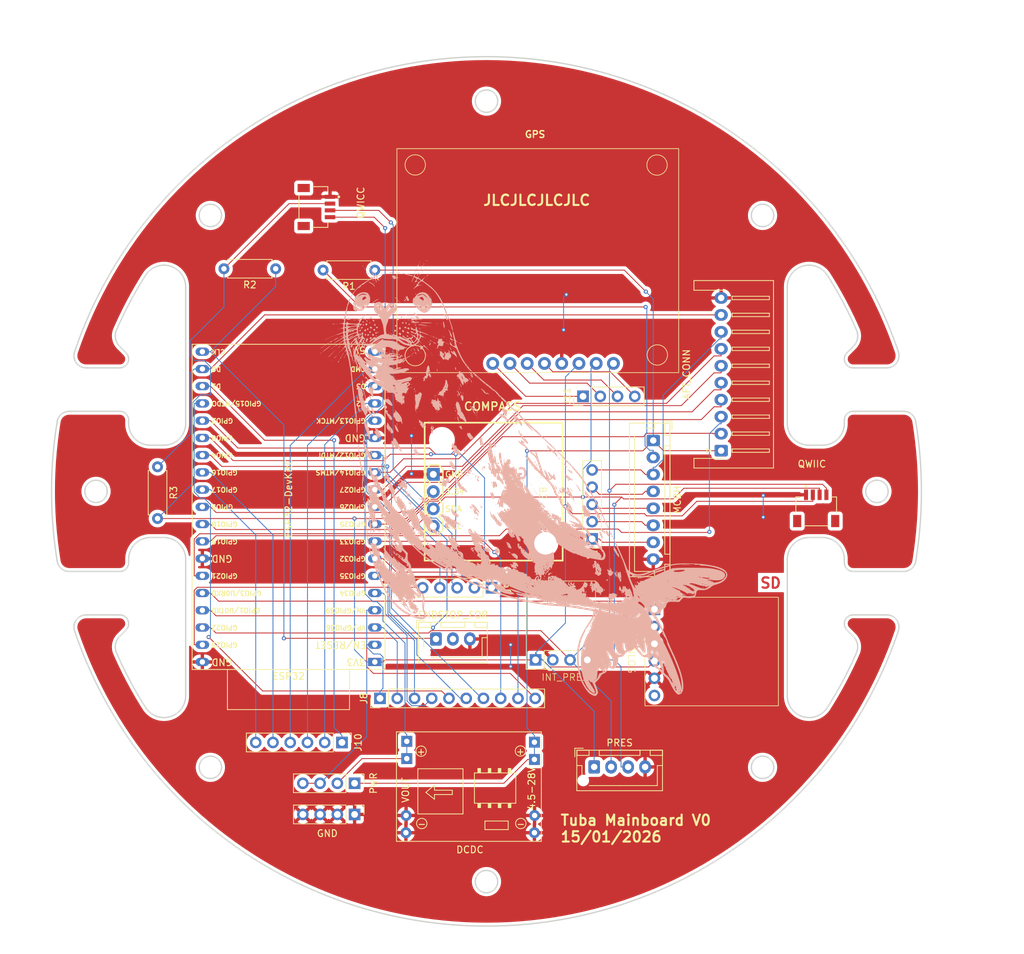
<source format=kicad_pcb>
(kicad_pcb (version 20241229) (generator "pcbnew") (generator_version "9.0")
  (title_block (title "Tuba PCB V0") (date "2025-09-18") (rev "0"))
  (layers (0 "F.Cu" signal "Front") (2 "B.Cu" signal "Back") (13 "F.Paste" user) (15 "B.Paste" user) (5 "F.SilkS" user "F.Silkscreen") (7 "B.SilkS" user "B.Silkscreen") (1 "F.Mask" user) (3 "B.Mask" user) (25 "Edge.Cuts" user))
  (net 0 "")
  (net 1 "GND")
  (net 2 "+3V3")
  (net 3 "/RX0")
  (net 4 "VCC")
  (net 5 "/IN2_RP")
  (net 6 "/IN1_RP")
  (net 7 "/IN1_P")
  (net 8 "/IN3_RP")
  (net 9 "/IN2_P")
  (net 10 "/IN4_RP")
  (net 11 "/SWITCH_2")
  (net 12 "/SWITCH_1")
  (net 13 "/TX0")
  (net 14 "/I2C_SCL")
  (net 15 "/I2C_SDA")
  (net 17 "+5V")
  (net 19 "Net-(B4-SAFE)")
  (net 20 "Net-(B4-INT)")
  (net 21 "Net-(B4-RST)")
  (net 22 "Net-(B4-PPS)")
  (net 23 "/ENDSTOP_AFT")
  (net 24 "/ENDSTOP_FOR")
  (net 25 "Net-(J4-Pin_7)")
  (net 26 "Net-(J4-Pin_4)")
  (net 27 "Net-(J4-Pin_6)")
  (net 28 "Net-(J4-Pin_5)")
  (net 29 "Net-(J8-Pin_8)")
  (net 30 "Net-(J8-Pin_2)")
  (net 31 "Net-(J8-Pin_3)")
  (net 32 "Net-(J8-Pin_10)")
  (net 33 "Net-(J8-Pin_6)")
  (net 34 "Net-(J8-Pin_7)")
  (net 35 "Net-(J8-Pin_4)")
  (net 36 "Net-(J8-Pin_5)")
  (net 37 "Net-(J8-Pin_1)")
  (net 38 "Net-(J8-Pin_9)")
  (net 39 "Net-(J9-Pin_2)")
  (net 40 "Net-(J9-Pin_1)")
  (net 41 "Net-(J9-Pin_5)")
  (net 42 "Net-(J9-Pin_3)")
  (net 43 "Net-(J9-Pin_4)")
  (net 44 "Net-(J10-Pin_6)")
  (net 45 "Net-(J10-Pin_2)")
  (net 46 "Net-(J10-Pin_3)")
  (net 47 "Net-(J10-Pin_5)")
  (net 48 "Net-(J10-Pin_4)")
  (net 49 "Net-(J10-Pin_1)")
  (footprint "Connector_JST:JST_XH_S10B-XH-A-1_1x10_P2.50mm_Horizontal" (layer "F.Cu") (at 184.775 85.5 90)
    (property "Reference" "AFT_CONN")
    (property "Value" "Conn_01x08")
  )
  (footprint "Qwiic:Qwiic" (layer "F.Cu") (at 198.775 94.45)
    (property "Reference" "QWIIC")
    (property "Value" "Qwiic_Connector")
  )
  (footprint "Connector_JST:JST_XH_B3B-XH-AM_1x03_P2.50mm_Vertical" (layer "F.Cu") (at 142.775 113.25)
    (property "Reference" "ENDSTOP_FOR")
    (property "Value" "Conn_01x03")
  )
  (footprint "Connector_PinHeader_2.54mm:PinHeader_1x04_P2.54mm_Vertical" (layer "F.Cu") (at 164.435 77.5 90)
    (property "Reference" "J11")
    (property "Value" "Conn_01x04")
  )
  (footprint "bmp180_breakout:bmp180" (layer "F.Cu") (at 161.275 110.5)
    (property "Reference" "INT_PRES")
    (property "Value" "BMP180")
  )
  (footprint "Qwiic:Qwiic" (layer "F.Cu") (at 124.725 49.6 -90)
    (property "Reference" "QWICC")
    (property "Value" "Qwiic_Connector")
  )
  (footprint "Resistor_THT:R_Axial_DIN0207_L6.3mm_D2.5mm_P7.62mm_Horizontal" (layer "F.Cu") (at 101.775 87.88 -90)
    (property "Reference" "R3")
    (property "Value" "R")
  )
  (footprint "PCM_Espressif:ESP32-DevKitC" (layer "F.Cu") (at 133.775 116.64 180)
    (property "Reference" "ESP32")
    (property "Value" "ESP32-DevKitC")
  )
  (footprint "OpenLog:OpenLog" (layer "F.Cu") (at 173.55 107.1 -90)
    (property "Reference" "OPENLOG")
    (property "Value" "OpenLog")
  )
  (footprint "Connector_PinHeader_2.54mm:PinHeader_1x05_P2.54mm_Vertical" (layer "F.Cu") (at 150.975 105.7 -90)
    (property "Reference" "J9")
    (property "Value" "Conn_01x05")
  )
  (footprint "HMC6343_breakout:HMC6343" (layer "F.Cu") (at 140.238 115.5 -90)
    (property "Reference" "B2")
    (property "Value" "HMC6343")
  )
  (footprint "Connector_PinHeader_2.54mm:PinHeader_1x06_P2.54mm_Vertical" (layer "F.Cu") (at 128.935 128.5 -90)
    (property "Reference" "J10")
    (property "Value" "Conn_01x06")
  )
  (footprint "Resistor_THT:R_Axial_DIN0207_L6.3mm_D2.5mm_P7.62mm_Horizontal" (layer "F.Cu") (at 119.175 58.7 180)
    (property "Reference" "R2")
    (property "Value" "R")
  )
  (footprint "NEO-M8U:neo-m8u" (layer "F.Cu") (at 139.125 71.9)
    (property "Reference" "GPS")
    (property "Value" "neo-m8u")
  )
  (footprint "MPT1584:SRT_MPT1584EN_Module" (layer "F.Cu") (at 147.115 135.572 180)
    (property "Reference" "DCDC")
    (property "Value" "MP1584")
  )
  (footprint "Connector_PinHeader_2.54mm:PinHeader_1x04_P2.54mm_Vertical" (layer "F.Cu") (at 130.795 134.51 -90)
    (property "Reference" "PWR")
    (property "Value" "Conn_01x04")
  )
  (footprint "Connector_JST:JST_XH_B4B-XH-AM_1x04_P2.50mm_Vertical" (layer "F.Cu") (at 166.075 132.1)
    (property "Reference" "PRES")
    (property "Value" "Conn_01x04")
  )
  (footprint "Resistor_THT:R_Axial_DIN0207_L6.3mm_D2.5mm_P7.62mm_Horizontal" (layer "F.Cu") (at 133.775 58.9 180)
    (property "Reference" "R1")
    (property "Value" "R")
  )
  (footprint "Connector_PinHeader_2.54mm:PinHeader_1x10_P2.54mm_Vertical" (layer "F.Cu") (at 134.535 122 90)
    (property "Reference" "J8")
    (property "Value" "Conn_01x10")
  )
  (footprint "Connector_PinHeader_2.54mm:PinHeader_1x04_P2.54mm_Vertical" (layer "F.Cu") (at 130.795 139.1 -90)
    (property "Reference" "GND")
    (property "Value" "Conn_01x04")
  )
  (footprint "Connector_JST:JST_XH_B8B-XH-AM_1x08_P2.50mm_Vertical" (layer "F.Cu") (at 174.775 84 -90)
    (property "Reference" "MCBH")
    (property "Value" "Conn_01x08")
  )
  (footprint "Connector_PinHeader_2.54mm:PinHeader_1x05_P2.54mm_Vertical" (layer "F.Cu") (at 165.775 98.5 180)
    (property "Reference" "J7")
    (property "Value" "Conn_01x05")
  )
  (footprint "LOGO" (layer "B.Cu") (at 153.775 88.9 180)
    (property "Reference" "G***")
    (property "Value" "LOGO" (hide yes))
  )
  (gr_line (start 194.516537 121.629927) (end 194.516537 101.499999) (stroke (width 0.2)) (layer "Edge.Cuts"))
  (gr_line (start 204.236495 70.141559) (end 204.236498 70.141562) (stroke (width 0.2)) (layer "Edge.Cuts"))
  (gr_line (start 88.775 103.3) (end 96.216538 103.3) (stroke (width 0.2)) (layer "Edge.Cuts"))
  (gr_arc (start 105.916537 121.629928) (mid 103.608974 124.702964) (end 100.014315 123.343985) (stroke (width 0.2)) (layer "Edge.Cuts"))
  (gr_circle (center 207.716537 91.5) (end 207.716537 89.85) (stroke (width 0.2)) (fill no) (layer "Edge.Cuts"))
  (gr_arc (start 204.696975 115.29463) (mid 202.712374 119.401428) (end 200.418759 123.343985) (stroke (width 0.2)) (layer "Edge.Cuts"))
  (gr_arc (start 210.870766 70.921687) (mid 210.629236 72.548579) (end 209.166198 73.3) (stroke (width 0.2)) (layer "Edge.Cuts"))
  (gr_line (start 211.658007 79.7) (end 204.216537 79.7) (stroke (width 0.2)) (layer "Edge.Cuts"))
  (gr_arc (start 209.166197 109.7) (mid 210.629236 110.451421) (end 210.870766 112.078313) (stroke (width 0.2)) (layer "Edge.Cuts"))
  (gr_arc (start 200.418759 123.343985) (mid 196.8241 124.702964) (end 194.516538 121.629927) (stroke (width 0.2)) (layer "Edge.Cuts"))
  (gr_arc (start 197.716537 84.7) (mid 195.453795 83.762742) (end 194.516537 81.5) (stroke (width 0.2)) (layer "Edge.Cuts"))
  (gr_line (start 96.216537 79.7) (end 88.763653 79.7) (stroke (width 0.2)) (layer "Edge.Cuts"))
  (gr_arc (start 202.916537 81) (mid 203.297298 80.080761) (end 204.216537 79.7) (stroke (width 0.2)) (layer "Edge.Cuts"))
  (gr_line (start 91.266817 73.3) (end 96.216537 73.3) (stroke (width 0.2)) (layer "Edge.Cuts"))
  (gr_circle (center 92.716537 91.5) (end 92.716537 89.85) (stroke (width 0.2)) (fill no) (layer "Edge.Cuts"))
  (gr_line (start 100.716536 98.3) (end 102.716538 98.3) (stroke (width 0.2)) (layer "Edge.Cuts"))
  (gr_arc (start 97.516537 101.499999) (mid 98.453795 99.237258) (end 100.716536 98.3) (stroke (width 0.2)) (layer "Edge.Cuts"))
  (gr_arc (start 91.266817 73.3) (mid 89.803806 72.54859) (end 89.562308 70.921687) (stroke (width 0.2)) (layer "Edge.Cuts"))
  (gr_line (start 203.297299 111.91924) (end 204.236512 112.858452) (stroke (width 0.2)) (layer "Edge.Cuts"))
  (gr_line (start 204.236498 70.141562) (end 203.297298 71.080761) (stroke (width 0.2)) (layer "Edge.Cuts"))
  (gr_arc (start 89.562308 70.921687) (mid 150.216537 27.45) (end 210.870766 70.921687) (stroke (width 0.2)) (layer "Edge.Cuts"))
  (gr_line (start 105.916537 61.37007) (end 105.916537 81.5) (stroke (width 0.2)) (layer "Edge.Cuts"))
  (gr_line (start 96.196563 112.858451) (end 97.135775 111.91924) (stroke (width 0.2)) (layer "Edge.Cuts"))
  (gr_line (start 194.516537 81.5) (end 194.516537 61.37007) (stroke (width 0.2)) (layer "Edge.Cuts"))
  (gr_arc (start 100.014315 123.343985) (mid 97.7207 119.401428) (end 95.736099 115.29463) (stroke (width 0.2)) (layer "Edge.Cuts"))
  (gr_arc (start 96.196576 70.141562) (mid 95.590475 68.994498) (end 95.736099 67.70537) (stroke (width 0.2)) (layer "Edge.Cuts"))
  (gr_circle (center 150.216537 34) (end 150.216537 32.35) (stroke (width 0.2)) (fill no) (layer "Edge.Cuts"))
  (gr_line (start 197.716536 98.3) (end 199.716538 98.3) (stroke (width 0.2)) (layer "Edge.Cuts"))
  (gr_arc (start 199.716538 98.3) (mid 201.979279 99.237258) (end 202.916537 101.499999) (stroke (width 0.2)) (layer "Edge.Cuts"))
  (gr_arc (start 95.736099 115.29463) (mid 95.590471 114.0055) (end 96.196563 112.858451) (stroke (width 0.2)) (layer "Edge.Cuts"))
  (gr_arc (start 100.014315 59.656015) (mid 103.608974 58.297035) (end 105.916537 61.37007) (stroke (width 0.2)) (layer "Edge.Cuts"))
  (gr_circle (center 190.875177 132.15864) (end 190.875177 130.50864) (stroke (width 0.2)) (fill no) (layer "Edge.Cuts"))
  (gr_arc (start 213.434697 101.789157) (mid 212.824161 102.871219) (end 211.658075 103.3) (stroke (width 0.2)) (layer "Edge.Cuts"))
  (gr_line (start 97.516537 102.000001) (end 97.516537 101.499999) (stroke (width 0.2)) (layer "Edge.Cuts"))
  (gr_arc (start 213.434697 81.210843) (mid 214.266537 91.5) (end 213.434697 101.789157) (stroke (width 0.2)) (layer "Edge.Cuts"))
  (gr_line (start 102.716537 84.7) (end 100.716537 84.7) (stroke (width 0.2)) (layer "Edge.Cuts"))
  (gr_line (start 202.916537 101.499999) (end 202.916537 102) (stroke (width 0.2)) (layer "Edge.Cuts"))
  (gr_line (start 105.916537 101.499999) (end 105.916537 121.629928) (stroke (width 0.2)) (layer "Edge.Cuts"))
  (gr_line (start 204.216537 73.3) (end 209.166198 73.3) (stroke (width 0.2)) (layer "Edge.Cuts"))
  (gr_line (start 97.516537 81.5) (end 97.516537 81) (stroke (width 0.2)) (layer "Edge.Cuts"))
  (gr_line (start 202.916537 81) (end 202.916537 81.5) (stroke (width 0.2)) (layer "Edge.Cuts"))
  (gr_arc (start 211.658007 79.7) (mid 212.82414 80.128795) (end 213.434697 81.210843) (stroke (width 0.2)) (layer "Edge.Cuts"))
  (gr_arc (start 105.916537 81.5) (mid 104.979279 83.762742) (end 102.716537 84.7) (stroke (width 0.2)) (layer "Edge.Cuts"))
  (gr_arc (start 202.916537 81.5) (mid 201.979279 83.762742) (end 199.716537 84.7) (stroke (width 0.2)) (layer "Edge.Cuts"))
  (gr_line (start 96.216536 109.7) (end 91.266877 109.7) (stroke (width 0.2)) (layer "Edge.Cuts"))
  (gr_arc (start 96.216537 79.7) (mid 97.135776 80.080761) (end 97.516537 81) (stroke (width 0.2)) (layer "Edge.Cuts"))
  (gr_arc (start 96.216536 109.7) (mid 97.41758 110.502512) (end 97.135775 111.91924) (stroke (width 0.2)) (layer "Edge.Cuts"))
  (gr_circle (center 109.557897 132.15864) (end 109.557897 130.50864) (stroke (width 0.2)) (fill no) (layer "Edge.Cuts"))
  (gr_circle (center 190.875177 50.84136) (end 190.875177 49.19136) (stroke (width 0.2)) (fill no) (layer "Edge.Cuts"))
  (gr_arc (start 210.870766 112.078313) (mid 150.216537 155.55) (end 89.562308 112.078313) (stroke (width 0.2)) (layer "Edge.Cuts"))
  (gr_arc (start 194.516537 101.499999) (mid 195.453795 99.237258) (end 197.716536 98.3) (stroke (width 0.2)) (layer "Edge.Cuts"))
  (gr_arc (start 97.135776 71.080761) (mid 97.417581 72.497489) (end 96.216537 73.3) (stroke (width 0.2)) (layer "Edge.Cuts"))
  (gr_arc (start 95.736099 67.70537) (mid 97.720703 63.598574) (end 100.014315 59.656015) (stroke (width 0.2)) (layer "Edge.Cuts"))
  (gr_arc (start 200.418759 59.656015) (mid 202.712377 63.598571) (end 204.696975 67.70537) (stroke (width 0.2)) (layer "Edge.Cuts"))
  (gr_line (start 194.516538 121.629927) (end 194.516537 121.629927) (stroke (width 0.2)) (layer "Edge.Cuts"))
  (gr_arc (start 203.297299 111.91924) (mid 203.015494 110.502512) (end 204.216539 109.7) (stroke (width 0.2)) (layer "Edge.Cuts"))
  (gr_arc (start 86.998377 101.789157) (mid 86.166537 91.5) (end 86.998377 81.210843) (stroke (width 0.2)) (layer "Edge.Cuts"))
  (gr_arc (start 97.516537 102.000001) (mid 97.135776 102.919239) (end 96.216538 103.3) (stroke (width 0.2)) (layer "Edge.Cuts"))
  (gr_line (start 97.135776 71.080761) (end 96.196576 70.141562) (stroke (width 0.2)) (layer "Edge.Cuts"))
  (gr_line (start 199.716537 84.7) (end 197.716537 84.7) (stroke (width 0.2)) (layer "Edge.Cuts"))
  (gr_arc (start 204.236512 112.858452) (mid 204.842603 114.0055) (end 204.696975 115.29463) (stroke (width 0.2)) (layer "Edge.Cuts"))
  (gr_line (start 204.216537 103.3) (end 211.658075 103.3) (stroke (width 0.2)) (layer "Edge.Cuts"))
  (gr_arc (start 204.216537 103.3) (mid 203.297298 102.919239) (end 202.916537 102) (stroke (width 0.2)) (layer "Edge.Cuts"))
  (gr_arc (start 194.516537 61.37007) (mid 196.824099 58.297033) (end 200.418759 59.656015) (stroke (width 0.2)) (layer "Edge.Cuts"))
  (gr_arc (start 204.216537 73.3) (mid 203.015494 72.497488) (end 203.297298 71.080761) (stroke (width 0.2)) (layer "Edge.Cuts"))
  (gr_line (start 209.166197 109.7) (end 204.216539 109.7) (stroke (width 0.2)) (layer "Edge.Cuts"))
  (gr_arc (start 86.998377 81.210843) (mid 87.608913 80.128782) (end 88.763653 79.7) (stroke (width 0.2)) (layer "Edge.Cuts"))
  (gr_arc (start 102.716538 98.3) (mid 104.979279 99.237258) (end 105.916537 101.499999) (stroke (width 0.2)) (layer "Edge.Cuts"))
  (gr_circle (center 109.557897 50.84136) (end 109.557897 49.19136) (stroke (width 0.2)) (fill no) (layer "Edge.Cuts"))
  (gr_arc (start 100.716537 84.7) (mid 98.453795 83.762742) (end 97.516537 81.5) (stroke (width 0.2)) (layer "Edge.Cuts"))
  (gr_circle (center 150.216537 149) (end 150.216537 147.35) (stroke (width 0.2)) (fill no) (layer "Edge.Cuts"))
  (gr_arc (start 204.696975 67.70537) (mid 204.842594 68.994497) (end 204.236495 70.141559) (stroke (width 0.2)) (layer "Edge.Cuts"))
  (gr_arc (start 89.562308 112.078313) (mid 89.803838 110.451421) (end 91.266877 109.7) (stroke (width 0.2)) (layer "Edge.Cuts"))
  (gr_arc (start 88.775 103.3) (mid 87.608913 102.871219) (end 86.998377 101.789157) (stroke (width 0.2)) (layer "Edge.Cuts"))
  (gr_text "SD" (at 190.375 105.9 0) (layer "F.Cu") (effects (font (size 1.524 1.524) (thickness 0.3048) (bold yes)) (justify left bottom)))
  (gr_text "JLCJLCJLCJLC" (at 149.575 49.5 0) (layer "F.SilkS") (effects (font (size 1.524 1.524) (thickness 0.3048) (bold yes)) (justify left bottom)))
  (gr_text "Tuba Mainboard V0\n15/01/2026" (at 160.975 143.3 0) (layer "F.SilkS") (effects (font (size 1.524 1.524) (thickness 0.3048) (bold yes)) (justify left bottom)))
  (segment (start 157.755 114.1) (end 153.775 114.1) (width 0.127) (layer "F.Cu") (net 1))
  (segment (start 161.295 72.65) (end 161.295 67.98) (width 0.127) (layer "F.Cu") (net 1))
  (segment (start 197.275 92) (end 191.075 92) (width 0.127) (layer "F.Cu") (net 1))
  (segment (start 161.295 67.98) (end 161.575 67.7) (width 0.127) (layer "F.Cu") (net 1))
  (segment (start 139.272 88.997) (end 139.175 88.9) (width 0.127) (layer "F.Cu") (net 1))
  (segment (start 159.985 116.33) (end 157.755 114.1) (width 0.127) (layer "F.Cu") (net 1))
  (segment (start 191.075 92) (end 190.975 92.1) (width 0.127) (layer "F.Cu") (net 1))
  (segment (start 142.385 88.997) (end 139.272 88.997) (width 0.127) (layer "F.Cu") (net 1))
  (via (at 139.175 88.9) (size 0.6) (drill 0.3) (layers "F.Cu" "B.Cu") (net 1))
  (via (at 153.775 114.1) (size 0.6) (drill 0.3) (layers "F.Cu" "B.Cu") (net 1))
  (via (at 161.575 67.7) (size 0.6) (drill 0.3) (layers "F.Cu" "B.Cu") (net 1))
  (via (at 153.775 117.3) (size 0.6) (drill 0.3) (layers "F.Cu" "B.Cu") (net 1))
  (via (at 190.975 95.3) (size 0.6) (drill 0.3) (layers "F.Cu" "B.Cu") (net 1))
  (via (at 139.175 83.3) (size 0.6) (drill 0.3) (layers "F.Cu" "B.Cu") (net 1))
  (via (at 161.975 62.5) (size 0.6) (drill 0.3) (layers "F.Cu" "B.Cu") (net 1))
  (via (at 190.975 92.1) (size 0.6) (drill 0.3) (layers "F.Cu" "B.Cu") (net 1))
  (segment (start 161.575 67.7) (end 161.575 62.9) (width 0.127) (layer "B.Cu") (net 1))
  (segment (start 190.975 92.1) (end 190.975 95.3) (width 0.127) (layer "B.Cu") (net 1))
  (segment (start 139.175 88.9) (end 139.175 83.3) (width 0.127) (layer "B.Cu") (net 1))
  (segment (start 153.775 114.1) (end 153.775 117.3) (width 0.127) (layer "B.Cu") (net 1))
  (segment (start 161.575 62.9) (end 161.975 62.5) (width 0.127) (layer "B.Cu") (net 1))
  (segment (start 125.715 134.51) (end 123.175 134.51) (width 0.127) (layer "F.Cu") (net 2))
  (segment (start 173.4699 94.7799) (end 162.9111 94.7799) (width 0.127) (layer "F.Cu") (net 2))
  (segment (start 181.1876 92.9672) (end 179.0393 95.1155) (width 0.127) (layer "F.Cu") (net 2))
  (segment (start 198.275 92.9672) (end 181.1876 92.9672) (width 0.127) (layer "F.Cu") (net 2))
  (segment (start 101.775 95.5) (end 130.7809 95.5) (width 0.127) (layer "F.Cu") (net 2))
  (segment (start 121.155 49.1) (end 127.175 49.1) (width 0.127) (layer "F.Cu") (net 2))
  (segment (start 111.555 58.7) (end 121.155 49.1) (width 0.127) (layer "F.Cu") (net 2))
  (segment (start 135.2772 116.33) (end 134.9672 116.64) (width 0.127) (layer "F.Cu") (net 2))
  (segment (start 159.5294 117.3722) (end 158.4872 116.33) (width 0.127) (layer "F.Cu") (net 2))
  (segment (start 133.775 116.64) (end 134.9672 116.64) (width 0.127) (layer "F.Cu") (net 2))
  (segment (start 173.8055 95.1155) (end 173.4699 94.7799) (width 0.127) (layer "F.Cu") (net 2))
  (segment (start 174.0758 117.3722) (end 159.5294 117.3722) (width 0.127) (layer "F.Cu") (net 2))
  (segment (start 174.95 116.498) (end 174.0758 117.3722) (width 0.127) (layer "F.Cu") (net 2))
  (segment (start 138.422 95.5) (end 130.7809 95.5) (width 0.127) (layer "F.Cu") (net 2))
  (segment (start 142.385 91.537) (end 138.422 95.5) (width 0.127) (layer "F.Cu") (net 2))
  (segment (start 198.275 92) (end 198.275 92.9672) (width 0.127) (layer "F.Cu") (net 2))
  (segment (start 179.0393 95.1155) (end 173.8055 95.1155) (width 0.127) (layer "F.Cu") (net 2))
  (segment (start 157.9661 116.33) (end 158.4872 116.33) (width 0.127) (layer "F.Cu") (net 2))
  (segment (start 162.9111 94.7799) (end 161.8385 93.7073) (width 0.127) (layer "F.Cu") (net 2))
  (segment (start 157.445 116.33) (end 135.2772 116.33) (width 0.127) (layer "F.Cu") (net 2))
  (segment (start 157.9661 116.33) (end 157.445 116.33) (width 0.127) (layer "F.Cu") (net 2))
  (via (at 161.8385 93.7073) (size 0.6) (drill 0.3) (layers "F.Cu" "B.Cu") (net 2))
  (via (at 130.7809 95.5) (size 0.6) (drill 0.3) (layers "F.Cu" "B.Cu") (net 2))
  (segment (start 161.8385 74.6465) (end 161.8385 93.7073) (width 0.127) (layer "B.Cu") (net 2))
  (segment (start 106.9278 90.3472) (end 101.775 95.5) (width 0.127) (layer "B.Cu") (net 2))
  (segment (start 157.445 115.2878) (end 166.075 123.9178) (width 0.127) (layer "B.Cu") (net 2))
  (segment (start 108.081006 77.28117) (end 106.9278 78.434376) (width 0.127) (layer "B.Cu") (net 2))
  (segment (start 157.445 116.33) (end 157.445 115.2878) (width 0.127) (layer "B.Cu") (net 2))
  (segment (start 111.555 64.32) (end 106.575 69.3) (width 0.127) (layer "B.Cu") (net 2))
  (segment (start 133.775 116.64) (end 132.5828 116.64) (width 0.127) (layer "B.Cu") (net 2))
  (segment (start 166.075 123.9178) (end 166.075 132.1) (width 0.127) (layer "B.Cu") (net 2))
  (segment (start 106.9278 78.434376) (end 106.9278 90.3472) (width 0.127) (layer "B.Cu") (net 2))
  (segment (start 130.7809 114.8381) (end 132.5828 116.64) (width 0.127) (layer "B.Cu") (net 2))
  (segment (start 107.18718 72.20757) (end 108.64288 72.20757) (width 0.127) (layer "B.Cu") (net 2))
  (segment (start 111.555 58.7) (end 111.555 64.32) (width 0.127) (layer "B.Cu") (net 2))
  (segment (start 161.8385 110.8943) (end 157.445 115.2878) (width 0.127) (layer "B.Cu") (net 2))
  (segment (start 125.715 134.51) (end 132.5828 127.6422) (width 0.127) (layer "B.Cu") (net 2))
  (segment (start 109.57018 77.28117) (end 108.081006 77.28117) (width 0.127) (layer "B.Cu") (net 2))
  (segment (start 130.7809 95.5) (end 130.7809 114.8381) (width 0.127) (layer "B.Cu") (net 2))
  (segment (start 108.64288 72.20757) (end 109.57018 73.13487) (width 0.127) (layer "B.Cu") (net 2))
  (segment (start 109.57018 73.13487) (end 109.57018 77.28117) (width 0.127) (layer "B.Cu") (net 2))
  (segment (start 106.575 71.59539) (end 107.18718 72.20757) (width 0.127) (layer "B.Cu") (net 2))
  (segment (start 106.575 69.3) (end 106.575 71.59539) (width 0.127) (layer "B.Cu") (net 2))
  (segment (start 161.8385 93.7073) (end 161.8385 110.8943) (width 0.127) (layer "B.Cu") (net 2))
  (segment (start 132.5828 127.6422) (end 132.5828 116.64) (width 0.127) (layer "B.Cu") (net 2))
  (segment (start 163.835 72.65) (end 161.8385 74.6465) (width 0.127) (layer "B.Cu") (net 2))
  (segment (start 110.7594 107.6722) (end 171.2012 107.6722) (width 0.127) (layer "F.Cu") (net 3))
  (segment (start 108.375 106.48) (end 109.5672 106.48) (width 0.127) (layer "F.Cu") (net 3))
  (segment (start 171.2012 107.6722) (end 174.947 111.418) (width 0.127) (layer "F.Cu") (net 3))
  (segment (start 109.5672 106.48) (end 110.7594 107.6722) (width 0.127) (layer "F.Cu") (net 3))
  (segment (start 176.275 85.5) (end 174.775 84) (width 0.127) (layer "F.Cu") (net 4))
  (segment (start 173.244 85.531) (end 156.187 85.531) (width 0.127) (layer "F.Cu") (net 4))
  (segment (start 157.275 131) (end 156.2828 131) (width 0.127) (layer "F.Cu") (net 4))
  (segment (start 133.775 58.9) (end 170.5143 58.9) (width 0.127) (layer "F.Cu") (net 4))
  (segment (start 170.5143 58.9) (end 173.6824 62.0681) (width 0.127) (layer "F.Cu") (net 4))
  (segment (start 156.2828 131) (end 152.7728 134.51) (width 0.127) (layer "F.Cu") (net 4))
  (segment (start 152.7728 134.51) (end 130.795 134.51) (width 0.127) (layer "F.Cu") (net 4))
  (segment (start 184.775 85.5) (end 176.275 85.5) (width 0.127) (layer "F.Cu") (net 4))
  (segment (start 174.775 84) (end 173.244 85.531) (width 0.127) (layer "F.Cu") (net 4))
  (via (at 156.187 85.531) (size 0.6) (drill 0.3) (layers "F.Cu" "B.Cu") (net 4))
  (via (at 173.6824 62.0681) (size 0.6) (drill 0.3) (layers "F.Cu" "B.Cu") (net 4))
  (segment (start 157.275 127.4678) (end 156.187 126.3798) (width 0.127) (layer "B.Cu") (net 4))
  (segment (start 157.275 128.46) (end 157.275 127.4678) (width 0.127) (layer "B.Cu") (net 4))
  (segment (start 173.6824 62.0681) (end 174.775 63.1607) (width 0.127) (layer "B.Cu") (net 4))
  (segment (start 156.187 126.3798) (end 156.187 85.531) (width 0.127) (layer "B.Cu") (net 4))
  (segment (start 157.275 128.46) (end 157.275 131) (width 0.127) (layer "B.Cu") (net 4))
  (segment (start 174.775 63.1607) (end 174.775 84) (width 0.127) (layer "B.Cu") (net 4))
  (segment (start 184.775 75.5) (end 184.775 76.5422) (width 0.127) (layer "F.Cu") (net 5))
  (segment (start 180.4963 79.7787) (end 183.7328 76.5422) (width 0.127) (layer "F.Cu") (net 5))
  (segment (start 144.7855 90.177) (end 155.1838 79.7787) (width 0.127) (layer "F.Cu") (net 5))
  (segment (start 134.9672 93.78) (end 138.5702 90.177) (width 0.127) (layer "F.Cu") (net 5))
  (segment (start 155.1838 79.7787) (end 180.4963 79.7787) (width 0.127) (layer "F.Cu") (net 5))
  (segment (start 183.7328 76.5422) (end 184.775 76.5422) (width 0.127) (layer "F.Cu") (net 5))
  (segment (start 133.775 93.78) (end 134.9672 93.78) (width 0.127) (layer "F.Cu") (net 5))
  (segment (start 138.5702 90.177) (end 144.7855 90.177) (width 0.127) (layer "F.Cu") (net 5))
  (segment (start 154.6936 80.923) (end 142.9476 92.669) (width 0.127) (layer "F.Cu") (net 6))
  (segment (start 184.775 78) (end 184.775 79.0422) (width 0.127) (layer "F.Cu") (net 6))
  (segment (start 142.9476 92.669) (end 141.7069 92.669) (width 0.127) (layer "F.Cu") (net 6))
  (segment (start 138.0559 96.32) (end 133.775 96.32) (width 0.127) (layer "F.Cu") (net 6))
  (segment (start 183.7328 79.0422) (end 181.852 80.923) (width 0.127) (layer "F.Cu") (net 6))
  (segment (start 181.852 80.923) (end 154.6936 80.923) (width 0.127) (layer "F.Cu") (net 6))
  (segment (start 184.775 79.0422) (end 183.7328 79.0422) (width 0.127) (layer "F.Cu") (net 6))
  (segment (start 141.7069 92.669) (end 138.0559 96.32) (width 0.127) (layer "F.Cu") (net 6))
  (segment (start 143.0803 92.9349) (end 141.8396 92.9349) (width 0.127) (layer "F.Cu") (net 7))
  (segment (start 110.365 97.1178) (end 109.5672 96.32) (width 0.127) (layer "F.Cu") (net 7))
  (segment (start 184.775 83) (end 183.6078 83) (width 0.127) (layer "F.Cu") (net 7))
  (segment (start 183.5575 82.9497) (end 173.8243 82.9497) (width 0.127) (layer "F.Cu") (net 7))
  (segment (start 108.375 96.32) (end 109.5672 96.32) (width 0.127) (layer "F.Cu") (net 7))
  (segment (start 152.573 83.4422) (end 143.0803 92.9349) (width 0.127) (layer "F.Cu") (net 7))
  (segment (start 173.8243 82.9497) (end 173.3318 83.4422) (width 0.127) (layer "F.Cu") (net 7))
  (segment (start 137.6567 97.1178) (end 110.365 97.1178) (width 0.127) (layer "F.Cu") (net 7))
  (segment (start 141.8396 92.9349) (end 137.6567 97.1178) (width 0.127) (layer "F.Cu") (net 7))
  (segment (start 183.6078 83) (end 183.5575 82.9497) (width 0.127) (layer "F.Cu") (net 7))
  (segment (start 173.3318 83.4422) (end 152.573 83.4422) (width 0.127) (layer "F.Cu") (net 7))
  (segment (start 134.9672 91.24) (end 138.3922 87.815) (width 0.127) (layer "F.Cu") (net 8))
  (segment (start 146.6446 87.815) (end 155.6013 78.8583) (width 0.127) (layer "F.Cu") (net 8))
  (segment (start 133.775 91.24) (end 134.9672 91.24) (width 0.127) (layer "F.Cu") (net 8))
  (segment (start 138.3922 87.815) (end 146.6446 87.815) (width 0.127) (layer "F.Cu") (net 8))
  (segment (start 155.6013 78.8583) (end 178.9167 78.8583) (width 0.127) (layer "F.Cu") (net 8))
  (segment (start 183.7328 74.0422) (end 184.775 74.0422) (width 0.127) (layer "F.Cu") (net 8))
  (segment (start 178.9167 78.8583) (end 183.7328 74.0422) (width 0.127) (layer "F.Cu") (net 8))
  (segment (start 184.775 73) (end 184.775 74.0422) (width 0.127) (layer "F.Cu") (net 8))
  (segment (start 170.1172 97.5543) (end 182.9524 97.5543) (width 0.127) (layer "F.Cu") (net 9))
  (segment (start 153.0996 97.0546) (end 169.6175 97.0546) (width 0.127) (layer "F.Cu") (net 9))
  (segment (start 169.6175 97.0546) (end 170.1172 97.5543) (width 0.127) (layer "F.Cu") (net 9))
  (segment (start 108.375 98.86) (end 109.5672 98.86) (width 0.127) (layer "F.Cu") (net 9))
  (segment (start 182.9524 97.5543) (end 183.0409 97.4658) (width 0.127) (layer "F.Cu") (net 9))
  (segment (start 152.1236 98.0306) (end 153.0996 97.0546) (width 0.127) (layer "F.Cu") (net 9))
  (segment (start 110.3966 98.0306) (end 152.1236 98.0306) (width 0.127) (layer "F.Cu") (net 9))
  (segment (start 109.5672 98.86) (end 110.3966 98.0306) (width 0.127) (layer "F.Cu") (net 9))
  (via (at 183.0409 97.4658) (size 0.6) (drill 0.3) (layers "F.Cu" "B.Cu") (net 9))
  (segment (start 183.0409 82.9978) (end 184.4965 81.5422) (width 0.127) (layer "B.Cu") (net 9))
  (segment (start 184.4965 81.5422) (end 184.775 81.5422) (width 0.127) (layer "B.Cu") (net 9))
  (segment (start 184.775 80.5) (end 184.775 81.5422) (width 0.127) (layer "B.Cu") (net 9))
  (segment (start 183.0409 97.4658) (end 183.0409 82.9978) (width 0.127) (layer "B.Cu") (net 9))
  (segment (start 184.775 70.5) (end 184.775 71.5422) (width 0.127) (layer "F.Cu") (net 10))
  (segment (start 136.0089 88.7) (end 138.0035 86.7054) (width 0.127) (layer "F.Cu") (net 10))
  (segment (start 176.7328 78.5422) (end 183.7328 71.5422) (width 0.127) (layer "F.Cu") (net 10))
  (segment (start 154.28 78.5422) (end 176.7328 78.5422) (width 0.127) (layer "F.Cu") (net 10))
  (segment (start 133.775 88.7) (end 136.0089 88.7) (width 0.127) (layer "F.Cu") (net 10))
  (segment (start 146.1168 86.7054) (end 154.28 78.5422) (width 0.127) (layer "F.Cu") (net 10))
  (segment (start 183.7328 71.5422) (end 184.775 71.5422) (width 0.127) (layer "F.Cu") (net 10))
  (segment (start 138.0035 86.7054) (end 146.1168 86.7054) (width 0.127) (layer "F.Cu") (net 10))
  (segment (start 174.775 89) (end 173.6078 89) (width 0.127) (layer "F.Cu") (net 11))
  (segment (start 172.9478 88.34) (end 165.775 88.34) (width 0.127) (layer "F.Cu") (net 11))
  (segment (start 173.6078 89) (end 172.9478 88.34) (width 0.127) (layer "F.Cu") (net 11))
  (segment (start 175.0534 87.9578) (end 176.2357 86.7755) (width 0.127) (layer "B.Cu") (net 11))
  (segment (start 184.5145 69.0422) (end 184.775 69.0422) (width 0.127) (layer "B.Cu") (net 11))
  (segment (start 184.775 68) (end 184.775 69.0422) (width 0.127) (layer "B.Cu") (net 11))
  (segment (start 174.775 89) (end 174.775 87.9578) (width 0.127) (layer "B.Cu") (net 11))
  (segment (start 176.2357 86.7755) (end 176.2357 77.321) (width 0.127) (layer "B.Cu") (net 11))
  (segment (start 176.2357 77.321) (end 184.5145 69.0422) (width 0.127) (layer "B.Cu") (net 11))
  (segment (start 174.775 87.9578) (end 175.0534 87.9578) (width 0.127) (layer "B.Cu") (net 11))
  (segment (start 131.5853 64.3303) (end 126.155 58.9) (width 0.127) (layer "F.Cu") (net 12))
  (segment (start 173.6544 64.3303) (end 131.5853 64.3303) (width 0.127) (layer "F.Cu") (net 12))
  (via (at 173.6544 64.3303) (size 0.6) (drill 0.3) (layers "F.Cu" "B.Cu") (net 12))
  (segment (start 173.8272 64.5031) (end 173.6544 64.3303) (width 0.127) (layer "B.Cu") (net 12))
  (segment (start 174.775 85.4578) (end 174.2539 85.4578) (width 0.127) (layer "B.Cu") (net 12))
  (segment (start 174.775 86.5) (end 174.775 85.4578) (width 0.127) (layer "B.Cu") (net 12))
  (segment (start 173.5746 84.7785) (end 173.5746 83.095) (width 0.127) (layer "B.Cu") (net 12))
  (segment (start 173.5746 83.095) (end 173.8272 82.8424) (width 0.127) (layer "B.Cu") (net 12))
  (segment (start 174.2539 85.4578) (end 173.5746 84.7785) (width 0.127) (layer "B.Cu") (net 12))
  (segment (start 173.8272 82.8424) (end 173.8272 64.5031) (width 0.127) (layer "B.Cu") (net 12))
  (segment (start 170.8287 109.8367) (end 174.95 113.958) (width 0.127) (layer "F.Cu") (net 13))
  (segment (start 110.3839 109.8367) (end 170.8287 109.8367) (width 0.127) (layer "F.Cu") (net 13))
  (segment (start 109.5672 109.02) (end 110.3839 109.8367) (width 0.127) (layer "F.Cu") (net 13))
  (segment (start 108.375 109.02) (end 109.5672 109.02) (width 0.127) (layer "F.Cu") (net 13))
  (segment (start 133.6882 51.1) (end 135.2985 52.7103) (width 0.127) (layer "F.Cu") (net 14))
  (segment (start 142.0487 112.0223) (end 142.3411 112.0223) (width 0.127) (layer "F.Cu") (net 14))
  (segment (start 110.3705 112.3633) (end 141.7077 112.3633) (width 0.127) (layer "F.Cu") (net 14))
  (segment (start 199.6987 90.4565) (end 169.2706 90.4565) (width 0.127) (layer "F.Cu") (net 14))
  (segment (start 169.2706 90.4565) (end 168.3274 91.3997) (width 0.127) (layer "F.Cu") (net 14))
  (segment (start 142.3411 111.5832) (end 142.3411 112.0223) (width 0.127) (layer "F.Cu") (net 14))
  (segment (start 142.3411 112.0223) (end 158.2173 112.0223) (width 0.127) (layer "F.Cu") (net 14))
  (segment (start 158.2173 112.0223) (end 162.525 116.33) (width 0.127) (layer "F.Cu") (net 14))
  (segment (start 109.5672 111.56) (end 110.3705 112.3633) (width 0.127) (layer "F.Cu") (net 14))
  (segment (start 127.175 51.1) (end 133.6882 51.1) (width 0.127) (layer "F.Cu") (net 14))
  (segment (start 108.375 111.56) (end 109.5672 111.56) (width 0.127) (layer "F.Cu") (net 14))
  (segment (start 200.275 92) (end 200.275 91.0328) (width 0.127) (layer "F.Cu") (net 14))
  (segment (start 141.7077 112.3633) (end 142.0487 112.0223) (width 0.127) (layer "F.Cu") (net 14))
  (segment (start 200.275 91.0328) (end 199.6987 90.4565) (width 0.127) (layer "F.Cu") (net 14))
  (via (at 135.2985 52.7103) (size 0.6) (drill 0.3) (layers "F.Cu" "B.Cu") (net 14))
  (via (at 142.3411 111.5832) (size 0.6) (drill 0.3) (layers "F.Cu" "B.Cu") (net 14))
  (via (at 168.3274 91.3997) (size 0.6) (drill 0.3) (layers "F.Cu" "B.Cu") (net 14))
  (segment (start 162.525 116.33) (end 168.575 122.38) (width 0.127) (layer "B.Cu") (net 14))
  (segment (start 142.385 96.617) (end 144.3991 98.6311) (width 0.127) (layer "B.Cu") (net 14))
  (segment (start 135.2985 87.4289) (end 135.2985 52.7103) (width 0.127) (layer "B.Cu") (net 14))
  (segment (start 135.1008 88.0342) (end 135.1008 87.6266) (width 0.127) (layer "B.Cu") (net 14))
  (segment (start 144.3991 109.5252) (end 142.3411 111.5832) (width 0.127) (layer "B.Cu") (net 14))
  (segment (start 168.915 72.65) (end 168.3274 73.2376) (width 0.127) (layer "B.Cu") (net 14))
  (segment (start 168.575 122.38) (end 168.575 132.1) (width 0.127) (layer "B.Cu") (net 14))
  (segment (start 144.3991 98.6311) (end 144.3991 109.5252) (width 0.127) (layer "B.Cu") (net 14))
  (segment (start 135.1008 87.6266) (end 135.2985 87.4289) (width 0.127) (layer "B.Cu") (net 14))
  (segment (start 135.2986 88.232) (end 135.1008 88.0342) (width 0.127) (layer "B.Cu") (net 14))
  (segment (start 168.3274 73.2376) (end 168.3274 91.3997) (width 0.127) (layer "B.Cu") (net 14))
  (segment (start 142.385 96.2575) (end 135.2986 89.1711) (width 0.127) (layer "B.Cu") (net 14))
  (segment (start 168.3274 91.3997) (end 168.3274 110.5276) (width 0.127) (layer "B.Cu") (net 14))
  (segment (start 168.3274 110.5276) (end 162.525 116.33) (width 0.127) (layer "B.Cu") (net 14))
  (segment (start 135.2986 89.1711) (end 135.2986 88.232) (width 0.127) (layer "B.Cu") (net 14))
  (segment (start 142.385 96.617) (end 142.385 96.2575) (width 0.127) (layer "B.Cu") (net 14))
  (segment (start 164.4104 92.3347) (end 144.1273 92.3347) (width 0.127) (layer "F.Cu") (net 15))
  (segment (start 177.7122 92.6095) (end 170.4014 92.6095) (width 0.127) (layer "F.Cu") (net 15))
  (segment (start 108.375 103.94) (end 107.1828 103.94) (width 0.127) (layer "F.Cu") (net 15))
  (segment (start 199.275 91.0328) (end 179.2889 91.0328) (width 0.127) (layer "F.Cu") (net 15))
  (segment (start 169.0448 93.4165) (end 169.0448 93.4634) (width 0.127) (layer "F.Cu") (net 15))
  (segment (start 127.175 50.1) (end 134.3483 50.1) (width 0.127) (layer "F.Cu") (net 15))
  (segment (start 199.275 92) (end 199.275 91.0328) (width 0.127) (layer "F.Cu") (net 15))
  (segment (start 138.7145 97.7475) (end 107.9562 97.7475) (width 0.127) (layer "F.Cu") (net 15))
  (segment (start 134.3483 50.1) (end 136.1286 51.8803) (width 0.127) (layer "F.Cu") (net 15))
  (segment (start 144.1273 92.3347) (end 142.385 94.077) (width 0.127) (layer "F.Cu") (net 15))
  (segment (start 170.1266 92.3347) (end 164.4104 92.3347) (width 0.127) (layer "F.Cu") (net 15))
  (segment (start 170.1266 92.3347) (end 169.0448 93.4165) (width 0.127) (layer "F.Cu") (net 15))
  (segment (start 107.9562 97.7475) (end 107.1828 98.5209) (width 0.127) (layer "F.Cu") (net 15))
  (segment (start 179.2889 91.0328) (end 177.7122 92.6095) (width 0.127) (layer "F.Cu") (net 15))
  (segment (start 170.4014 92.6095) (end 170.1266 92.3347) (width 0.127) (layer "F.Cu") (net 15))
  (segment (start 107.1828 98.5209) (end 107.1828 103.94) (width 0.127) (layer "F.Cu") (net 15))
  (segment (start 142.385 94.077) (end 138.7145 97.7475) (width 0.127) (layer "F.Cu") (net 15))
  (via (at 164.4104 92.3347) (size 0.6) (drill 0.3) (layers "F.Cu" "B.Cu") (net 15))
  (via (at 136.1286 51.8803) (size 0.6) (drill 0.3) (layers "F.Cu" "B.Cu") (net 15))
  (via (at 169.0448 93.4634) (size 0.6) (drill 0.3) (layers "F.Cu" "B.Cu") (net 15))
  (segment (start 169.0448 116.33) (end 165.065 116.33) (width 0.127) (layer "B.Cu") (net 15))
  (segment (start 136.4756 88.1676) (end 142.385 94.077) (width 0.127) (layer "B.Cu") (net 15))
  (segment (start 136.4755 52.2272) (end 136.4756 52.2272) (width 0.127) (layer "B.Cu") (net 15))
  (segment (start 165.6151 73.4099) (end 165.6151 87.0261) (width 0.127) (layer "B.Cu") (net 15))
  (segment (start 169.0448 116.33) (end 170.0328 117.318) (width 0.127) (layer "B.Cu") (net 15))
  (segment (start 166.375 72.65) (end 165.6151 73.4099) (width 0.127) (layer "B.Cu") (net 15))
  (segment (start 169.0448 93.4634) (end 169.0448 116.33) (width 0.127) (layer "B.Cu") (net 15))
  (segment (start 170.0328 117.318) (end 170.0328 132.1) (width 0.127) (layer "B.Cu") (net 15))
  (segment (start 136.4756 52.2272) (end 136.4756 88.1676) (width 0.127) (layer "B.Cu") (net 15))
  (segment (start 164.4104 88.2308) (end 164.4104 92.3347) (width 0.127) (layer "B.Cu") (net 15))
  (segment (start 136.1286 51.8803) (end 136.4755 52.2272) (width 0.127) (layer "B.Cu") (net 15))
  (segment (start 165.6151 87.0261) (end 164.4104 88.2308) (width 0.127) (layer "B.Cu") (net 15))
  (segment (start 171.075 132.1) (end 170.0328 132.1) (width 0.127) (layer "B.Cu") (net 15))
  (segment (start 128.255 134.51) (end 131.892 130.873) (width 0.127) (layer "F.Cu") (net 17))
  (segment (start 131.892 130.873) (end 138.479 130.873) (width 0.127) (layer "F.Cu") (net 17))
  (segment (start 133.8504 79.9882) (end 133.313 79.9882) (width 0.127) (layer "B.Cu") (net 17))
  (segment (start 133.4983 107.75) (end 134.0816 107.75) (width 0.127) (layer "B.Cu") (net 17))
  (segment (start 134.9672 108.6356) (end 134.9672 110.6018) (width 0.127) (layer "B.Cu") (net 17))
  (segment (start 132.3255 80.9757) (end 132.3255 106.5772) (width 0.127) (layer "B.Cu") (net 17))
  (segment (start 138.479 128.333) (end 138.479 127.3408) (width 0.127) (layer "B.Cu") (net 17))
  (segment (start 134.9672 70.92) (end 134.9672 78.8714) (width 0.127) (layer "B.Cu") (net 17))
  (segment (start 134.9672 78.8714) (end 133.8504 79.9882) (width 0.127) (layer "B.Cu") (net 17))
  (segment (start 132.3255 106.5772) (end 133.4983 107.75) (width 0.127) (layer "B.Cu") (net 17))
  (segment (start 138.2233 113.8579) (end 138.2233 127.0851) (width 0.127) (layer "B.Cu") (net 17))
  (segment (start 138.2233 127.0851) (end 138.479 127.3408) (width 0.127) (layer "B.Cu") (net 17))
  (segment (start 134.0816 107.75) (end 134.9672 108.6356) (width 0.127) (layer "B.Cu") (net 17))
  (segment (start 133.313 79.9882) (end 132.3255 80.9757) (width 0.127) (layer "B.Cu") (net 17))
  (segment (start 134.9672 110.6018) (end 138.2233 113.8579) (width 0.127) (layer "B.Cu") (net 17))
  (segment (start 133.775 70.92) (end 134.9672 70.92) (width 0.127) (layer "B.Cu") (net 17))
  (segment (start 138.479 130.873) (end 138.479 128.333) (width 0.127) (layer "B.Cu") (net 17))
  (segment (start 158.6592 75.0942) (end 167.1092 75.0942) (width 0.127) (layer "F.Cu") (net 19))
  (segment (start 167.1092 75.0942) (end 169.515 77.5) (width 0.127) (layer "F.Cu") (net 19))
  (segment (start 156.215 72.65) (end 158.6592 75.0942) (width 0.127) (layer "F.Cu") (net 19))
  (segment (start 159.9745 73.8695) (end 168.4245 73.8695) (width 0.127) (layer "F.Cu") (net 20))
  (segment (start 168.4245 73.8695) (end 172.055 77.5) (width 0.127) (layer "F.Cu") (net 20))
  (segment (start 158.755 72.65) (end 159.9745 73.8695) (width 0.127) (layer "F.Cu") (net 20))
  (segment (start 165.0281 75.5531) (end 166.975 77.5) (width 0.127) (layer "F.Cu") (net 21))
  (segment (start 153.675 72.65) (end 156.5781 75.5531) (width 0.127) (layer "F.Cu") (net 21))
  (segment (start 156.5781 75.5531) (end 165.0281 75.5531) (width 0.127) (layer "F.Cu") (net 21))
  (segment (start 155.985 77.5) (end 151.135 72.65) (width 0.127) (layer "F.Cu") (net 22))
  (segment (start 164.435 77.5) (end 155.985 77.5) (width 0.127) (layer "F.Cu") (net 22))
  (segment (start 117.5336 65.5) (end 184.775 65.5) (width 0.127) (layer "F.Cu") (net 23))
  (segment (start 109.5709 73.4627) (end 117.5336 65.5) (width 0.127) (layer "F.Cu") (net 23))
  (segment (start 108.3787 73.4627) (end 109.5709 73.4627) (width 0.127) (layer "F.Cu") (net 23))
  (segment (start 106.593 74.0562) (end 107.1865 73.4627) (width 0.127) (layer "B.Cu") (net 23))
  (segment (start 108.3787 73.4627) (end 107.1865 73.4627) (width 0.127) (layer "B.Cu") (net 23))
  (segment (start 101.775 87.88) (end 106.593 83.062) (width 0.127) (layer "B.Cu") (net 23))
  (segment (start 106.593 83.062) (end 106.593 74.0562) (width 0.127) (layer "B.Cu") (net 23))
  (segment (start 120.379 113.1515) (end 142.6765 113.1515) (width 0.127) (layer "F.Cu") (net 24))
  (segment (start 142.6765 113.1515) (end 142.775 113.25) (width 0.127) (layer "F.Cu") (net 24))
  (via (at 120.379 113.1515) (size 0.6) (drill 0.3) (layers "F.Cu" "B.Cu") (net 24))
  (segment (start 119.175 58.7) (end 119.175 61.3186) (width 0.127) (layer "B.Cu") (net 24))
  (segment (start 109.5709 70.9227) (end 120.379 81.7308) (width 0.127) (layer "B.Cu") (net 24))
  (segment (start 108.3787 70.9227) (end 109.5709 70.9227) (width 0.127) (layer "B.Cu") (net 24))
  (segment (start 119.175 61.3186) (end 109.5709 70.9227) (width 0.127) (layer "B.Cu") (net 24))
  (segment (start 120.379 81.7308) (end 120.379 113.1515) (width 0.127) (layer "B.Cu") (net 24))
  (segment (start 167.3172 99) (end 166.8172 98.5) (width 0.127) (layer "F.Cu") (net 25))
  (segment (start 165.775 98.5) (end 166.8172 98.5) (width 0.127) (layer "F.Cu") (net 25))
  (segment (start 174.775 99) (end 167.3172 99) (width 0.127) (layer "F.Cu") (net 25))
  (segment (start 174.775 91.5) (end 173.6078 91.5) (width 0.127) (layer "F.Cu") (net 26))
  (segment (start 173.6078 91.5) (end 173.1761 91.9317) (width 0.127) (layer "F.Cu") (net 26))
  (segment (start 166.8267 91.9317) (end 165.775 90.88) (width 0.127) (layer "F.Cu") (net 26))
  (segment (start 173.1761 91.9317) (end 166.8267 91.9317) (width 0.127) (layer "F.Cu") (net 26))
  (segment (start 173.0678 95.96) (end 173.6078 96.5) (width 0.127) (layer "F.Cu") (net 27))
  (segment (start 165.775 95.96) (end 173.0678 95.96) (width 0.127) (layer "F.Cu") (net 27))
  (segment (start 174.775 96.5) (end 173.6078 96.5) (width 0.127) (layer "F.Cu") (net 27))
  (segment (start 166.355 94) (end 165.775 93.42) (width 0.127) (layer "F.Cu") (net 28))
  (segment (start 174.775 94) (end 166.355 94) (width 0.127) (layer "F.Cu") (net 28))
  (segment (start 133.775 98.86) (end 149.7847 98.86) (width 0.127) (layer "F.Cu") (net 29))
  (segment (start 149.7847 98.86) (end 151.3742 100.4495) (width 0.127) (layer "F.Cu") (net 29))
  (via (at 151.3742 100.4495) (size 0.6) (drill 0.3) (layers "F.Cu" "B.Cu") (net 29))
  (segment (start 152.315 101.3903) (end 152.315 122) (width 0.127) (layer "B.Cu") (net 29))
  (segment (start 151.3742 100.4495) (end 152.315 101.3903) (width 0.127) (layer "B.Cu") (net 29))
  (segment (start 134.9672 111.56) (end 137.075 113.6678) (width 0.127) (layer "B.Cu") (net 30))
  (segment (start 133.775 111.56) (end 134.9672 111.56) (width 0.127) (layer "B.Cu") (net 30))
  (segment (start 137.075 113.6678) (end 137.075 122) (width 0.127) (layer "B.Cu") (net 30))
  (segment (start 139.615 122) (end 139.615 113.461) (width 0.127) (layer "B.Cu") (net 31))
  (segment (start 135.7091 104.6819) (end 134.9672 103.94) (width 0.127) (layer "B.Cu") (net 31))
  (segment (start 135.7091 109.5551) (end 135.7091 104.6819) (width 0.127) (layer "B.Cu") (net 31))
  (segment (start 139.615 113.461) (end 135.7091 109.5551) (width 0.127) (layer "B.Cu") (net 31))
  (segment (start 133.775 103.94) (end 134.9672 103.94) (width 0.127) (layer "B.Cu") (net 31))
  (segment (start 133.5644 118.3241) (end 132.5828 117.3425) (width 0.127) (layer "F.Cu") (net 32))
  (segment (start 153.7191 118.3241) (end 133.5644 118.3241) (width 0.127) (layer "F.Cu") (net 32))
  (segment (start 157.395 122) (end 153.7191 118.3241) (width 0.127) (layer "F.Cu") (net 32))
  (segment (start 133.775 114.1) (end 132.5828 114.1) (width 0.127) (layer "F.Cu") (net 32))
  (segment (start 132.5828 117.3425) (end 132.5828 114.1) (width 0.127) (layer "F.Cu") (net 32))
  (segment (start 139.9615 115.5943) (end 139.9615 113.3576) (width 0.127) (layer "B.Cu") (net 33))
  (segment (start 135.9648 109.3609) (end 135.9648 94.4398) (width 0.127) (layer "B.Cu") (net 33))
  (segment (start 147.235 122) (end 146.3672 122) (width 0.127) (layer "B.Cu") (net 33))
  (segment (start 132.5828 91.6018) (end 132.5828 81.08) (width 0.127) (layer "B.Cu") (net 33))
  (segment (start 146.3672 122) (end 139.9615 115.5943) (width 0.127) (layer "B.Cu") (net 33))
  (segment (start 134.035 92.51) (end 133.491 92.51) (width 0.127) (layer "B.Cu") (net 33))
  (segment (start 133.491 92.51) (end 132.5828 91.6018) (width 0.127) (layer "B.Cu") (net 33))
  (segment (start 135.9648 94.4398) (end 134.035 92.51) (width 0.127) (layer "B.Cu") (net 33))
  (segment (start 139.9615 113.3576) (end 135.9648 109.3609) (width 0.127) (layer "B.Cu") (net 33))
  (segment (start 133.775 81.08) (end 132.5828 81.08) (width 0.127) (layer "B.Cu") (net 33))
  (segment (start 134.9672 89.3788) (end 134.9672 88.2622) (width 0.127) (layer "B.Cu") (net 34))
  (segment (start 149.775 122) (end 149.5241 122) (width 0.127) (layer "B.Cu") (net 34))
  (segment (start 136.2205 90.6321) (end 134.9672 89.3788) (width 0.127) (layer "B.Cu") (net 34))
  (segment (start 134.8451 88.1401) (end 134.8451 87.5207) (width 0.127) (layer "B.Cu") (net 34))
  (segment (start 133.775 86.16) (end 134.9672 86.16) (width 0.127) (layer "B.Cu") (net 34))
  (segment (start 134.9672 87.3986) (end 134.9672 86.16) (width 0.127) (layer "B.Cu") (net 34))
  (segment (start 134.8451 87.5207) (end 134.9672 87.3986) (width 0.127) (layer "B.Cu") (net 34))
  (segment (start 136.2205 108.6964) (end 136.2205 90.6321) (width 0.127) (layer "B.Cu") (net 34))
  (segment (start 149.5241 122) (end 136.2205 108.6964) (width 0.127) (layer "B.Cu") (net 34))
  (segment (start 134.9672 88.2622) (end 134.8451 88.1401) (width 0.127) (layer "B.Cu") (net 34))
  (segment (start 138.5162 122.3795) (end 138.5162 112.7238) (width 0.127) (layer "B.Cu") (net 35))
  (segment (start 135.3264 106.8392) (end 134.9672 106.48) (width 0.127) (layer "B.Cu") (net 35))
  (segment (start 141.0831 123.0719) (end 139.2086 123.0719) (width 0.127) (layer "B.Cu") (net 35))
  (segment (start 138.5162 112.7238) (end 135.3264 109.534) (width 0.127) (layer "B.Cu") (net 35))
  (segment (start 135.3264 109.534) (end 135.3264 106.8392) (width 0.127) (layer "B.Cu") (net 35))
  (segment (start 142.155 122) (end 141.0831 123.0719) (width 0.127) (layer "B.Cu") (net 35))
  (segment (start 133.775 106.48) (end 134.9672 106.48) (width 0.127) (layer "B.Cu") (net 35))
  (segment (start 139.2086 123.0719) (end 138.5162 122.3795) (width 0.127) (layer "B.Cu") (net 35))
  (segment (start 117.2505 120.9048) (end 109.3075 112.9618) (width 0.127) (layer "F.Cu") (net 36))
  (segment (start 144.695 122) (end 143.5998 120.9048) (width 0.127) (layer "F.Cu") (net 36))
  (segment (start 143.5998 120.9048) (end 117.2505 120.9048) (width 0.127) (layer "F.Cu") (net 36))
  (via (at 109.3075 112.9618) (size 0.6) (drill 0.3) (layers "F.Cu" "B.Cu") (net 36))
  (segment (start 107.1828 91.5996) (end 107.1828 78.54) (width 0.127) (layer "B.Cu") (net 36))
  (segment (start 108.375 78.54) (end 107.1828 78.54) (width 0.127) (layer "B.Cu") (net 36))
  (segment (start 109.5672 112.7021) (end 109.5672 93.4387) (width 0.127) (layer "B.Cu") (net 36))
  (segment (start 108.6385 92.51) (end 108.0932 92.51) (width 0.127) (layer "B.Cu") (net 36))
  (segment (start 109.3075 112.9618) (end 109.5672 112.7021) (width 0.127) (layer "B.Cu") (net 36))
  (segment (start 108.0932 92.51) (end 107.1828 91.5996) (width 0.127) (layer "B.Cu") (net 36))
  (segment (start 109.5672 93.4387) (end 108.6385 92.51) (width 0.127) (layer "B.Cu") (net 36))
  (segment (start 133.5855 115.4599) (end 134.5344 115.4599) (width 0.127) (layer "B.Cu") (net 37))
  (segment (start 133.775 109.02) (end 132.5828 109.02) (width 0.127) (layer "B.Cu") (net 37))
  (segment (start 134.5344 115.4599) (end 134.9672 115.8927) (width 0.127) (layer "B.Cu") (net 37))
  (segment (start 134.9672 115.8927) (end 134.9672 120.5256) (width 0.127) (layer "B.Cu") (net 37))
  (segment (start 134.535 122) (end 134.535 120.9578) (width 0.127) (layer "B.Cu") (net 37))
  (segment (start 132.5828 114.4572) (end 133.5855 115.4599) (width 0.127) (layer "B.Cu") (net 37))
  (segment (start 134.9672 120.5256) (end 134.535 120.9578) (width 0.127) (layer "B.Cu") (net 37))
  (segment (start 132.5828 109.02) (end 132.5828 114.4572) (width 0.127) (layer "B.Cu") (net 37))
  (segment (start 134.9672 101.4) (end 136.9629 103.3957) (width 0.127) (layer "F.Cu") (net 38))
  (segment (start 133.775 101.4) (end 134.9672 101.4) (width 0.127) (layer "F.Cu") (net 38))
  (segment (start 136.9629 103.3957) (end 153.2019 103.3957) (width 0.127) (layer "F.Cu") (net 38))
  (via (at 153.2019 103.3957) (size 0.6) (drill 0.3) (layers "F.Cu" "B.Cu") (net 38))
  (segment (start 153.2019 103.3957) (end 154.855 105.0488) (width 0.127) (layer "B.Cu") (net 38))
  (segment (start 154.855 105.0488) (end 154.855 122) (width 0.127) (layer "B.Cu") (net 38))
  (segment (start 142.7291 86.0165) (end 141.8262 85.1136) (width 0.127) (layer "F.Cu") (net 39))
  (segment (start 108.375 81.08) (end 109.5672 81.08) (width 0.127) (layer "F.Cu") (net 39))
  (segment (start 141.8262 85.1136) (end 113.6008 85.1136) (width 0.127) (layer "F.Cu") (net 39))
  (segment (start 113.6008 85.1136) (end 109.5672 81.08) (width 0.127) (layer "F.Cu") (net 39))
  (segment (start 145.6838 86.0165) (end 142.7291 86.0165) (width 0.127) (layer "F.Cu") (net 39))
  (via (at 145.6838 86.0165) (size 0.6) (drill 0.3) (layers "F.Cu" "B.Cu") (net 39))
  (segment (start 145.6838 86.0165) (end 145.6838 102.9488) (width 0.127) (layer "B.Cu") (net 39))
  (segment (start 145.6838 102.9488) (end 148.435 105.7) (width 0.127) (layer "B.Cu") (net 39))
  (segment (start 112.9054 86.9582) (end 109.5672 83.62) (width 0.127) (layer "F.Cu") (net 40))
  (segment (start 136.0579 86.0224) (end 135.1221 86.9582) (width 0.127) (layer "F.Cu") (net 40))
  (segment (start 135.1221 86.9582) (end 112.9054 86.9582) (width 0.127) (layer "F.Cu") (net 40))
  (segment (start 142.0389 86.0224) (end 136.0579 86.0224) (width 0.127) (layer "F.Cu") (net 40))
  (segment (start 108.375 83.62) (end 109.5672 83.62) (width 0.127) (layer "F.Cu") (net 40))
  (via (at 142.0389 86.0224) (size 0.6) (drill 0.3) (layers "F.Cu" "B.Cu") (net 40))
  (segment (start 145.9201 85.5064) (end 145.4976 85.5064) (width 0.127) (layer "B.Cu") (net 40))
  (segment (start 145.4976 85.5064) (end 144.9816 86.0224) (width 0.127) (layer "B.Cu") (net 40))
  (segment (start 144.9816 86.0224) (end 142.0389 86.0224) (width 0.127) (layer "B.Cu") (net 40))
  (segment (start 149.9328 89.5191) (end 145.9201 85.5064) (width 0.127) (layer "B.Cu") (net 40))
  (segment (start 149.9328 103.6156) (end 149.9328 89.5191) (width 0.127) (layer "B.Cu") (net 40))
  (segment (start 150.975 105.7) (end 150.975 104.6578) (width 0.127) (layer "B.Cu") (net 40))
  (segment (start 150.975 104.6578) (end 149.9328 103.6156) (width 0.127) (layer "B.Cu") (net 40))
  (segment (start 107.1828 106.0815) (end 107.1828 114.1) (width 0.127) (layer "F.Cu") (net 41))
  (segment (start 140.7539 105.6389) (end 107.6254 105.6389) (width 0.127) (layer "F.Cu") (net 41))
  (segment (start 140.815 105.7) (end 140.7539 105.6389) (width 0.127) (layer "F.Cu") (net 41))
  (segment (start 108.375 114.1) (end 107.1828 114.1) (width 0.127) (layer "F.Cu") (net 41))
  (segment (start 107.6254 105.6389) (end 107.1828 106.0815) (width 0.127) (layer "F.Cu") (net 41))
  (segment (start 111.2376 87.8304) (end 109.5672 86.16) (width 0.127) (layer "F.Cu") (net 42))
  (segment (start 108.375 86.16) (end 109.5672 86.16) (width 0.127) (layer "F.Cu") (net 42))
  (segment (start 135.593 87.8304) (end 111.2376 87.8304) (width 0.127) (layer "F.Cu") (net 42))
  (via (at 135.593 87.8304) (size 0.6) (drill 0.3) (layers "F.Cu" "B.Cu") (net 42))
  (segment (start 145.1308 97.722) (end 142.8457 95.4369) (width 0.127) (layer "B.Cu") (net 42))
  (segment (start 135.593 88.8926) (end 135.593 87.8304) (width 0.127) (layer "B.Cu") (net 42))
  (segment (start 145.895 105.7) (end 145.1308 104.9358) (width 0.127) (layer "B.Cu") (net 42))
  (segment (start 142.1373 95.4369) (end 135.593 88.8926) (width 0.127) (layer "B.Cu") (net 42))
  (segment (start 145.1308 104.9358) (end 145.1308 97.722) (width 0.127) (layer "B.Cu") (net 42))
  (segment (start 142.8457 95.4369) (end 142.1373 95.4369) (width 0.127) (layer "B.Cu") (net 42))
  (segment (start 108.375 93.78) (end 109.5672 93.78) (width 0.127) (layer "F.Cu") (net 43))
  (segment (start 110.3947 94.6075) (end 109.5672 93.78) (width 0.127) (layer "F.Cu") (net 43))
  (segment (start 137.967 94.1793) (end 137.5388 94.6075) (width 0.127) (layer "F.Cu") (net 43))
  (segment (start 137.5388 94.6075) (end 110.3947 94.6075) (width 0.127) (layer "F.Cu") (net 43))
  (via (at 137.967 94.1793) (size 0.6) (drill 0.3) (layers "F.Cu" "B.Cu") (net 43))
  (segment (start 143.355 105.7) (end 143.355 99.5673) (width 0.127) (layer "B.Cu") (net 43))
  (segment (start 143.355 99.5673) (end 137.967 94.1793) (width 0.127) (layer "B.Cu") (net 43))
  (segment (start 116.235 97.9078) (end 109.5672 91.24) (width 0.127) (layer "B.Cu") (net 44))
  (segment (start 108.375 91.24) (end 109.5672 91.24) (width 0.127) (layer "B.Cu") (net 44))
  (segment (start 116.235 128.5) (end 116.235 97.9078) (width 0.127) (layer "B.Cu") (net 44))
  (segment (start 133.775 78.54) (end 132.5828 78.54) (width 0.127) (layer "B.Cu") (net 45))
  (segment (start 126.395 84.6178) (end 132.4728 78.54) (width 0.127) (layer "B.Cu") (net 45))
  (segment (start 126.395 128.5) (end 126.395 84.6178) (width 0.127) (layer "B.Cu") (net 45))
  (segment (start 132.4728 78.54) (end 132.5828 78.54) (width 0.127) (layer "B.Cu") (net 45))
  (segment (start 123.855 128.5) (end 123.855 84.7278) (width 0.127) (layer "B.Cu") (net 46))
  (segment (start 133.775 76) (end 132.5828 76) (width 0.127) (layer "B.Cu") (net 46))
  (segment (start 123.855 84.7278) (end 132.5828 76) (width 0.127) (layer "B.Cu") (net 46))
  (segment (start 108.375 88.7) (end 109.5672 88.7) (width 0.127) (layer "B.Cu") (net 47))
  (segment (start 118.775 97.9078) (end 109.5672 88.7) (width 0.127) (layer "B.Cu") (net 47))
  (segment (start 118.775 128.5) (end 118.775 97.9078) (width 0.127) (layer "B.Cu") (net 47))
  (segment (start 121.315 84.7278) (end 132.5828 73.46) (width 0.127) (layer "B.Cu") (net 48))
  (segment (start 121.315 128.5) (end 121.315 84.7278) (width 0.127) (layer "B.Cu") (net 48))
  (segment (start 133.775 73.46) (end 132.5828 73.46) (width 0.127) (layer "B.Cu") (net 48))
  (segment (start 117.5378 83.9706) (end 127.7701 83.9706) (width 0.127) (layer "F.Cu") (net 49))
  (segment (start 108.375 76) (end 109.5672 76) (width 0.127) (layer "F.Cu") (net 49))
  (segment (start 109.5672 76) (end 117.5378 83.9706) (width 0.127) (layer "F.Cu") (net 49))
  (via (at 127.7701 83.9706) (size 0.6) (drill 0.3) (layers "F.Cu" "B.Cu") (net 49))
  (segment (start 128.935 128.5) (end 128.935 127.4578) (width 0.127) (layer "B.Cu") (net 49))
  (segment (start 128.935 127.4578) (end 127.7701 126.2929) (width 0.127) (layer "B.Cu") (net 49))
  (segment (start 127.7701 126.2929) (end 127.7701 83.9706) (width 0.127) (layer "B.Cu") (net 49))
  (zone (net 1) (net_name "GND") (layer "F.Cu") (connect_pads (clearance 0.5)) (min_thickness 0.25) (fill yes (thermal_gap 0.5) (thermal_bridge_width 0.5))
    (polygon (pts (xy 85.775 19.3) (xy 229.375 20.3) (xy 227.775 158.3) (xy 78.575 159.7) (xy 80.175 19.1) (xy 86.175 19.3)))
  )
)
</source>
